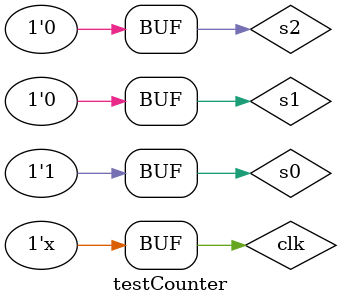
<source format=v>
`timescale 1ns / 1ps


module testCounter;

	// Inputs
	reg clk;
	reg s0;
	reg s1;
	reg s2;

	// Outputs
	wire [7:0] out0;
	wire [7:0] out1;

	// Instantiate the Unit Under Test (UUT)
	COUNTER uut (
		.clk(clk), 
		.s0(s0), 
		.s1(s1), 
		.s2(s2), 
		.out0(out0), 
		.out1(out1)
	);
always
begin
#10;clk=~clk;
end
	initial begin
		// Initialize Inputs
		clk = 0;
		s0 = 0;
		s1 = 0;
		s2 = 0;

		// Wait 100 ns for global reset to finish
		#2000;
      s0 = 1;
		#1000;
		s1 = 1;
		#1000;
		s1 = 0;
		s2 = 1;
		#300;
		s2 = 0;
		// Add stimulus here

	end
      
endmodule


</source>
